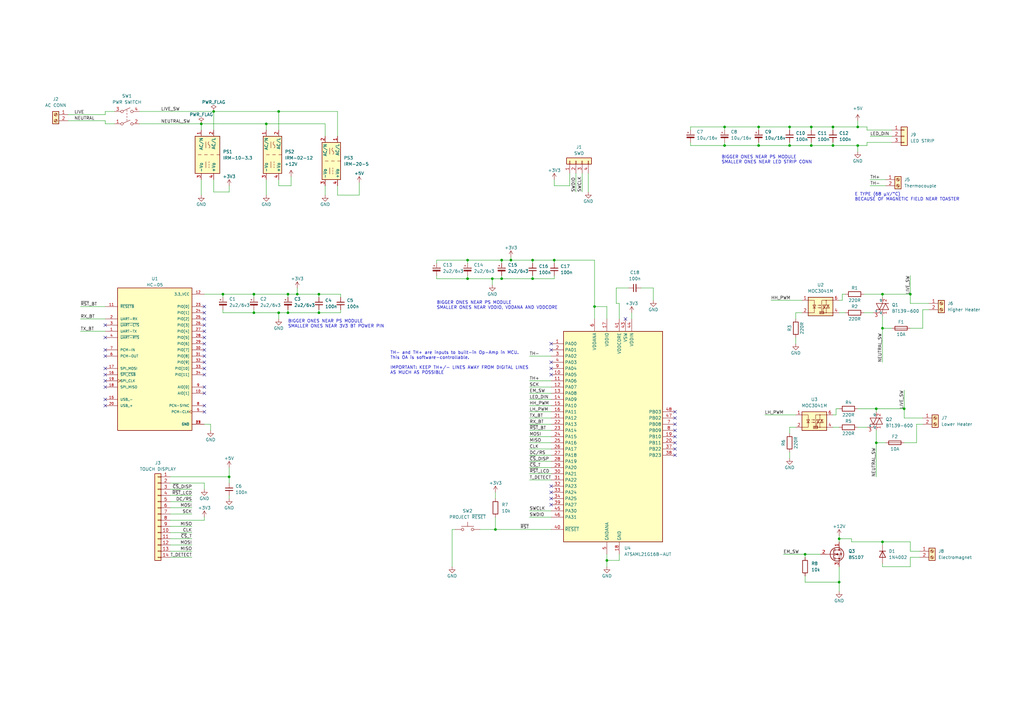
<source format=kicad_sch>
(kicad_sch (version 20230121) (generator eeschema)
  (paper "A3")
  (title_block (title "Gaming Toaster V1") (date "2022-12-05"))
  (lib_symbols
    (symbol "Connector:Screw_Terminal_01x02" (pin_names (offset 1.016) hide)
      (property "Reference" "J" (at 0 2.54 0))
      (property "Value" "Screw_Terminal_01x02" (at 0 -5.08 0))
      (symbol "Screw_Terminal_01x02_1_1"
        (pin passive line (at -5.08 0 0) (length 3.81) (name "Pin_1") (number "1"))
        (pin passive line (at -5.08 -2.54 0) (length 3.81) (name "Pin_2") (number "2"))
      )
    )
    (symbol "Connector_Generic:Conn_01x03" (pin_names (offset 1.016) hide)
      (property "Reference" "J" (at 0 5.08 0))
      (property "Value" "Conn_01x03" (at 0 -5.08 0))
      (symbol "Conn_01x03_1_1"
        (pin passive line (at -5.08 2.54 0) (length 3.81) (name "Pin_1") (number "1"))
        (pin passive line (at -5.08 0 0) (length 3.81) (name "Pin_2") (number "2"))
        (pin passive line (at -5.08 -2.54 0) (length 3.81) (name "Pin_3") (number "3"))
      )
    )
    (symbol "Connector_Generic:Conn_01x04" (pin_names (offset 1.016) hide)
      (property "Reference" "J" (at 0 5.08 0))
      (property "Value" "Conn_01x04" (at 0 -7.62 0))
      (symbol "Conn_01x04_1_1"
        (pin passive line (at -5.08 2.54 0) (length 3.81) (name "Pin_1") (number "1"))
        (pin passive line (at -5.08 0 0) (length 3.81) (name "Pin_2") (number "2"))
        (pin passive line (at -5.08 -2.54 0) (length 3.81) (name "Pin_3") (number "3"))
        (pin passive line (at -5.08 -5.08 0) (length 3.81) (name "Pin_4") (number "4"))
      )
    )
    (symbol "Connector_Generic:Conn_01x14" (pin_names (offset 1.016) hide)
      (property "Reference" "J" (at 0 17.78 0))
      (property "Value" "Conn_01x14" (at 0 -20.32 0))
      (symbol "Conn_01x14_1_1"
        (pin passive line (at -5.08 15.24 0) (length 3.81) (name "Pin_1") (number "1"))
        (pin passive line (at -5.08 -7.62 0) (length 3.81) (name "Pin_10") (number "10"))
        (pin passive line (at -5.08 -10.16 0) (length 3.81) (name "Pin_11") (number "11"))
        (pin passive line (at -5.08 -12.7 0) (length 3.81) (name "Pin_12") (number "12"))
        (pin passive line (at -5.08 -15.24 0) (length 3.81) (name "Pin_13") (number "13"))
        (pin passive line (at -5.08 -17.78 0) (length 3.81) (name "Pin_14") (number "14"))
        (pin passive line (at -5.08 12.7 0) (length 3.81) (name "Pin_2") (number "2"))
        (pin passive line (at -5.08 10.16 0) (length 3.81) (name "Pin_3") (number "3"))
        (pin passive line (at -5.08 7.62 0) (length 3.81) (name "Pin_4") (number "4"))
        (pin passive line (at -5.08 5.08 0) (length 3.81) (name "Pin_5") (number "5"))
        (pin passive line (at -5.08 2.54 0) (length 3.81) (name "Pin_6") (number "6"))
        (pin passive line (at -5.08 0 0) (length 3.81) (name "Pin_7") (number "7"))
        (pin passive line (at -5.08 -2.54 0) (length 3.81) (name "Pin_8") (number "8"))
        (pin passive line (at -5.08 -5.08 0) (length 3.81) (name "Pin_9") (number "9"))
      )
    )
    (symbol "Converter_ACDC:IRM-02-12"
      (property "Reference" "PS" (at 0 5.08 0))
      (property "Value" "IRM-02-12" (at 0 -5.08 0))
      (symbol "IRM-02-12_1_1"
        (pin power_in line (at -10.16 -2.54 0) (length 2.54) (name "AC/N") (number "1"))
        (pin power_in line (at -10.16 2.54 0) (length 2.54) (name "AC/L") (number "2"))
        (pin power_out line (at 10.16 -2.54 180) (length 2.54) (name "-Vo") (number "3"))
        (pin power_out line (at 10.16 2.54 180) (length 2.54) (name "+Vo") (number "4"))
      )
    )
    (symbol "Converter_ACDC:IRM-10-3.3"
      (property "Reference" "PS" (at 0 6.35 0))
      (property "Value" "IRM-10-3.3" (at 0 -6.35 0))
      (symbol "IRM-10-3.3_1_1"
        (pin power_in line (at -10.16 -2.54 0) (length 2.54) (name "AC/N") (number "1"))
        (pin power_in line (at -10.16 2.54 0) (length 2.54) (name "AC/L") (number "2"))
        (pin power_out line (at 10.16 -2.54 180) (length 2.54) (name "-Vo") (number "3"))
        (pin power_out line (at 10.16 2.54 180) (length 2.54) (name "+Vo") (number "4"))
      )
    )
    (symbol "Converter_ACDC:IRM-20-5"
      (property "Reference" "PS" (at 0 5.08 0))
      (property "Value" "IRM-20-5" (at 0 -5.08 0))
      (symbol "IRM-20-5_1_1"
        (pin power_in line (at -10.16 2.54 0) (length 2.54) (name "AC/L") (number "1"))
        (pin power_in line (at -10.16 -2.54 0) (length 2.54) (name "AC/N") (number "2"))
        (pin power_out line (at 10.16 -2.54 180) (length 2.54) (name "-Vo") (number "3"))
        (pin power_out line (at 10.16 2.54 180) (length 2.54) (name "+Vo") (number "4"))
      )
    )
    (symbol "Device:C_Polarized_Small" (pin_numbers hide) (pin_names (offset 0.254) hide)
      (property "Reference" "C" (at 0.254 1.778 0))
      (property "Value" "C_Polarized_Small" (at 0.254 -2.032 0))
      (symbol "C_Polarized_Small_1_1"
        (pin passive line (at 0 2.54 270) (length 1.8542) (name "~") (number "1"))
        (pin passive line (at 0 -2.54 90) (length 1.8542) (name "~") (number "2"))
      )
    )
    (symbol "Device:C_Small" (pin_numbers hide) (pin_names (offset 0.254) hide)
      (property "Reference" "C" (at 0.254 1.778 0))
      (property "Value" "C_Small" (at 0.254 -2.032 0))
      (symbol "C_Small_1_1"
        (pin passive line (at 0 2.54 270) (length 2.032) (name "~") (number "1"))
        (pin passive line (at 0 -2.54 90) (length 2.032) (name "~") (number "2"))
      )
    )
    (symbol "Device:D" (pin_numbers hide) (pin_names (offset 1.016) hide)
      (property "Reference" "D" (at 0 2.54 0))
      (property "Value" "D" (at 0 -2.54 0))
      (symbol "D_1_1"
        (pin passive line (at -3.81 0 0) (length 2.54) (name "K") (number "1"))
        (pin passive line (at 3.81 0 180) (length 2.54) (name "A") (number "2"))
      )
    )
    (symbol "Device:Fuse" (pin_numbers hide) (pin_names (offset 0))
      (property "Reference" "F" (at 2.032 0 90))
      (property "Value" "Fuse" (at -1.905 0 90))
      (symbol "Fuse_1_1"
        (pin passive line (at 0 3.81 270) (length 1.27) (name "~") (number "1"))
        (pin passive line (at 0 -3.81 90) (length 1.27) (name "~") (number "2"))
      )
    )
    (symbol "Device:R" (pin_numbers hide) (pin_names (offset 0))
      (property "Reference" "R" (at 2.032 0 90))
      (property "Value" "R" (at 0 0 90))
      (symbol "R_1_1"
        (pin passive line (at 0 3.81 270) (length 1.27) (name "~") (number "1"))
        (pin passive line (at 0 -3.81 90) (length 1.27) (name "~") (number "2"))
      )
    )
    (symbol "HC-05:HC-05" (pin_names (offset 1.016))
      (property "Reference" "U" (at -15.24 31.115 0))
      (property "Value" "HC-05" (at -15.24 -30.48 0))
      (symbol "HC-05_0_0"
        (pin output line (at -20.32 12.7 0) (length 5.08) (name "UART-TX") (number "1"))
        (pin bidirectional line (at 20.32 -12.7 180) (length 5.08) (name "AIO[1]") (number "10"))
        (pin input line (at -20.32 22.86 0) (length 5.08) (name "~{RESETB}") (number "11"))
        (pin power_in line (at 20.32 27.94 180) (length 5.08) (name "3.3_VCC") (number "12"))
        (pin power_in line (at 20.32 -25.4 180) (length 5.08) (name "GND") (number "13"))
        (pin bidirectional line (at -20.32 -15.24 0) (length 5.08) (name "USB_-") (number "15"))
        (pin input line (at -20.32 -5.08 0) (length 5.08) (name "~{SPI_CSB}") (number "16"))
        (pin input line (at -20.32 -2.54 0) (length 5.08) (name "SPI_MOSI") (number "17"))
        (pin output line (at -20.32 -10.16 0) (length 5.08) (name "SPI_MISO") (number "18"))
        (pin input clock (at -20.32 -7.62 0) (length 5.08) (name "SPI_CLK") (number "19"))
        (pin input line (at -20.32 17.78 0) (length 5.08) (name "UART-RX") (number "2"))
        (pin bidirectional line (at -20.32 -17.78 0) (length 5.08) (name "USB_+") (number "20"))
        (pin power_in line (at 20.32 -25.4 180) (length 5.08) (name "GND") (number "21"))
        (pin power_in line (at 20.32 -25.4 180) (length 5.08) (name "GND") (number "22"))
        (pin bidirectional line (at 20.32 22.86 180) (length 5.08) (name "PIO[0]") (number "23"))
        (pin bidirectional line (at 20.32 20.32 180) (length 5.08) (name "PIO[1]") (number "24"))
        (pin bidirectional line (at 20.32 17.78 180) (length 5.08) (name "PIO[2]") (number "25"))
        (pin bidirectional line (at 20.32 15.24 180) (length 5.08) (name "PIO[3]") (number "26"))
        (pin bidirectional line (at 20.32 12.7 180) (length 5.08) (name "PIO[4]") (number "27"))
        (pin bidirectional line (at 20.32 10.16 180) (length 5.08) (name "PIO[5]") (number "28"))
        (pin bidirectional line (at 20.32 7.62 180) (length 5.08) (name "PIO[6]") (number "29"))
        (pin input line (at -20.32 15.24 0) (length 5.08) (name "~{UART-CTS}") (number "3"))
        (pin bidirectional line (at 20.32 5.08 180) (length 5.08) (name "PIO[7]") (number "30"))
        (pin bidirectional line (at 20.32 2.54 180) (length 5.08) (name "PIO[8]") (number "31"))
        (pin bidirectional line (at 20.32 0 180) (length 5.08) (name "PIO[9]") (number "32"))
        (pin bidirectional line (at 20.32 -2.54 180) (length 5.08) (name "PIO[10]") (number "33"))
        (pin bidirectional line (at 20.32 -5.08 180) (length 5.08) (name "PIO[11]") (number "34"))
        (pin output line (at -20.32 10.16 0) (length 5.08) (name "~{UART-RTS}") (number "4"))
        (pin bidirectional clock (at 20.32 -20.32 180) (length 5.08) (name "PCM-CLK") (number "5"))
        (pin output line (at -20.32 2.54 0) (length 5.08) (name "PCM-OUT") (number "6"))
        (pin input line (at -20.32 5.08 0) (length 5.08) (name "PCM-IN") (number "7"))
        (pin bidirectional line (at 20.32 -17.78 180) (length 5.08) (name "PCN-SYNC") (number "8"))
        (pin bidirectional line (at 20.32 -10.16 180) (length 5.08) (name "AIO[0]") (number "9"))
      )
    )
    (symbol "MCU_Microchip_SAML:ATSAML21G16B-AUT"
      (property "Reference" "U" (at -17.78 45.72 0))
      (property "Value" "ATSAML21G16B-AUT" (at -15.24 -45.72 0))
      (symbol "ATSAML21G16B-AUT_1_1"
        (pin bidirectional line (at -25.4 38.1 0) (length 5.08) (name "PA00") (number "1"))
        (pin bidirectional line (at -25.4 25.4 0) (length 5.08) (name "PA05") (number "10"))
        (pin bidirectional line (at -25.4 22.86 0) (length 5.08) (name "PA06") (number "11"))
        (pin bidirectional line (at -25.4 20.32 0) (length 5.08) (name "PA07") (number "12"))
        (pin bidirectional line (at -25.4 17.78 0) (length 5.08) (name "PA08") (number "13"))
        (pin bidirectional line (at -25.4 15.24 0) (length 5.08) (name "PA09") (number "14"))
        (pin bidirectional line (at -25.4 12.7 0) (length 5.08) (name "PA10") (number "15"))
        (pin bidirectional line (at -25.4 10.16 0) (length 5.08) (name "PA11") (number "16"))
        (pin power_in line (at -2.54 48.26 270) (length 5.08) (name "VDDIO") (number "17"))
        (pin power_in line (at 2.54 -48.26 90) (length 5.08) (name "GND") (number "18"))
        (pin bidirectional line (at 25.4 0 180) (length 5.08) (name "PB10") (number "19"))
        (pin bidirectional line (at -25.4 35.56 0) (length 5.08) (name "PA01") (number "2"))
        (pin bidirectional line (at 25.4 -2.54 180) (length 5.08) (name "PB11") (number "20"))
        (pin bidirectional line (at -25.4 7.62 0) (length 5.08) (name "PA12") (number "21"))
        (pin bidirectional line (at -25.4 5.08 0) (length 5.08) (name "PA13") (number "22"))
        (pin bidirectional line (at -25.4 2.54 0) (length 5.08) (name "PA14") (number "23"))
        (pin bidirectional line (at -25.4 0 0) (length 5.08) (name "PA15") (number "24"))
        (pin bidirectional line (at -25.4 -2.54 0) (length 5.08) (name "PA16") (number "25"))
        (pin bidirectional line (at -25.4 -5.08 0) (length 5.08) (name "PA17") (number "26"))
        (pin bidirectional line (at -25.4 -7.62 0) (length 5.08) (name "PA18") (number "27"))
        (pin bidirectional line (at -25.4 -10.16 0) (length 5.08) (name "PA19") (number "28"))
        (pin bidirectional line (at -25.4 -12.7 0) (length 5.08) (name "PA20") (number "29"))
        (pin bidirectional line (at -25.4 33.02 0) (length 5.08) (name "PA02") (number "3"))
        (pin bidirectional line (at -25.4 -15.24 0) (length 5.08) (name "PA21") (number "30"))
        (pin bidirectional line (at -25.4 -17.78 0) (length 5.08) (name "PA22") (number "31"))
        (pin bidirectional line (at -25.4 -20.32 0) (length 5.08) (name "PA23") (number "32"))
        (pin bidirectional line (at -25.4 -22.86 0) (length 5.08) (name "PA24") (number "33"))
        (pin bidirectional line (at -25.4 -25.4 0) (length 5.08) (name "PA25") (number "34"))
        (pin passive line (at 2.54 -48.26 90) (length 5.08) hide (name "GND") (number "35"))
        (pin passive line (at -2.54 48.26 270) (length 5.08) hide (name "VDDIO") (number "36"))
        (pin bidirectional line (at 25.4 -5.08 180) (length 5.08) (name "PB22") (number "37"))
        (pin bidirectional line (at 25.4 -7.62 180) (length 5.08) (name "PB23") (number "38"))
        (pin bidirectional line (at -25.4 -27.94 0) (length 5.08) (name "PA27") (number "39"))
        (pin bidirectional line (at -25.4 30.48 0) (length 5.08) (name "PA03") (number "4"))
        (pin input line (at -25.4 -38.1 0) (length 5.08) (name "~{RESET}") (number "40"))
        (pin bidirectional line (at 2.54 48.26 270) (length 5.08) (name "VDDCORE") (number "41"))
        (pin passive line (at 2.54 -48.26 90) (length 5.08) hide (name "GND") (number "42"))
        (pin bidirectional line (at 5.08 48.26 270) (length 5.08) (name "VSW") (number "43"))
        (pin bidirectional line (at 7.62 48.26 270) (length 5.08) (name "VDDIN") (number "44"))
        (pin bidirectional line (at -25.4 -30.48 0) (length 5.08) (name "PA30") (number "45"))
        (pin bidirectional line (at -25.4 -33.02 0) (length 5.08) (name "PA31") (number "46"))
        (pin bidirectional line (at 25.4 7.62 180) (length 5.08) (name "PB02") (number "47"))
        (pin bidirectional line (at 25.4 10.16 180) (length 5.08) (name "PB03") (number "48"))
        (pin power_in line (at -2.54 -48.26 90) (length 5.08) (name "GNDANA") (number "5"))
        (pin bidirectional line (at -7.62 48.26 270) (length 5.08) (name "VDDANA") (number "6"))
        (pin bidirectional line (at 25.4 5.08 180) (length 5.08) (name "PB08") (number "7"))
        (pin bidirectional line (at 25.4 2.54 180) (length 5.08) (name "PB09") (number "8"))
        (pin bidirectional line (at -25.4 27.94 0) (length 5.08) (name "PA04") (number "9"))
      )
    )
    (symbol "Relay_SolidState:MOC3041M"
      (property "Reference" "U" (at -5.08 5.08 0))
      (property "Value" "MOC3041M" (at 0 5.08 0))
      (symbol "MOC3041M_0_0"
        (text "ZCD" (at 0.508 -2.54 0) (effects (font (size 0.508 0.508))))
      )
      (symbol "MOC3041M_1_1"
        (pin passive line (at -7.62 2.54 0) (length 2.54) (name "~") (number "1"))
        (pin passive line (at -7.62 -2.54 0) (length 2.54) (name "~") (number "2"))
        (pin no_connect line (at -5.08 0 0) (length 2.54) hide (name "NC") (number "3"))
        (pin passive line (at 7.62 -2.54 180) (length 2.54) (name "~") (number "4"))
        (pin no_connect line (at 5.08 0 180) (length 2.54) hide (name "NC") (number "5"))
        (pin passive line (at 7.62 2.54 180) (length 2.54) (name "~") (number "6"))
      )
    )
    (symbol "Switch:SW_DPST" (pin_names (offset 0) hide)
      (property "Reference" "SW" (at 0 5.08 0))
      (property "Value" "SW_DPST" (at 0 -5.08 0))
      (symbol "SW_DPST_1_1"
        (pin passive line (at -5.08 -2.54 0) (length 2.54) (name "1") (number "1"))
        (pin passive line (at 5.08 -2.54 180) (length 2.54) (name "2") (number "2"))
        (pin passive line (at -5.08 2.54 0) (length 2.54) (name "3") (number "3"))
        (pin passive line (at 5.08 2.54 180) (length 2.54) (name "4") (number "4"))
      )
    )
    (symbol "Switch:SW_Push" (pin_numbers hide) (pin_names (offset 1.016) hide)
      (property "Reference" "SW" (at 1.27 2.54 0))
      (property "Value" "SW_Push" (at 0 -1.524 0))
      (symbol "SW_Push_0_1"
        (pin passive line (at -5.08 0 0) (length 2.54) (name "1") (number "1"))
        (pin passive line (at 5.08 0 180) (length 2.54) (name "2") (number "2"))
      )
    )
    (symbol "Transistor_FET:BS107" (pin_names hide)
      (property "Reference" "Q" (at 5.08 1.905 0))
      (property "Value" "BS107" (at 5.08 0 0))
      (symbol "BS107_1_1"
        (pin passive line (at 2.54 5.08 270) (length 2.54) (name "D") (number "1"))
        (pin input line (at -5.08 0 0) (length 2.54) (name "G") (number "2"))
        (pin passive line (at 2.54 -5.08 90) (length 2.54) (name "S") (number "3"))
      )
    )
    (symbol "Triac_Thyristor:BT139-600" (pin_names (offset 0))
      (property "Reference" "Q" (at 5.08 1.905 0))
      (property "Value" "BT139-600" (at 5.08 0 0))
      (symbol "BT139-600_1_1"
        (pin passive line (at 0 -3.81 90) (length 2.54) (name "A1") (number "1"))
        (pin passive line (at 0 3.81 270) (length 2.54) (name "A2") (number "2"))
        (pin input line (at -3.81 -2.54 0) (length 2.54) (name "G") (number "3"))
      )
    )
    (symbol "power:+12V" (power) (pin_names (offset 0))
      (property "Value" "+12V" (at 0 3.556 0))
      (symbol "+12V_1_1"
        (pin power_in line (at 0 0 90) (length 0) hide (name "+12V") (number "1"))
      )
    )
    (symbol "power:+3V3" (power) (pin_names (offset 0))
      (property "Value" "+3V3" (at 0 3.556 0))
      (symbol "+3V3_1_1"
        (pin power_in line (at 0 0 90) (length 0) hide (name "+3V3") (number "1"))
      )
    )
    (symbol "power:+5V" (power) (pin_names (offset 0))
      (property "Value" "+5V" (at 0 3.556 0))
      (symbol "+5V_1_1"
        (pin power_in line (at 0 0 90) (length 0) hide (name "+5V") (number "1"))
      )
    )
    (symbol "power:GND" (power) (pin_names (offset 0))
      (property "Value" "GND" (at 0 -3.81 0))
      (symbol "GND_1_1"
        (pin power_in line (at 0 0 270) (length 0) hide (name "GND") (number "1"))
      )
    )
    (symbol "power:PWR_FLAG" (power) (pin_numbers hide) (pin_names (offset 0) hide)
      (property "Value" "PWR_FLAG" (at 0 3.81 0))
      (symbol "PWR_FLAG_0_0"
        (pin power_out line (at 0 0 90) (length 0) (name "pwr") (number "1"))
      )
    )
  )
  (junction (at 323.85 59.69))
  (junction (at 351.79 52.07))
  (junction (at 361.95 120.65))
  (junction (at 121.92 120.65))
  (junction (at 373.38 120.65))
  (junction (at 332.74 59.69))
  (junction (at 201.93 114.3))
  (junction (at 351.79 59.69))
  (junction (at 341.63 59.69))
  (junction (at 203.2 217.17))
  (junction (at 205.74 114.3))
  (junction (at 82.55 50.8))
  (junction (at 370.84 167.64))
  (junction (at 191.77 114.3))
  (junction (at 114.3 45.72))
  (junction (at 109.22 50.8))
  (junction (at 130.81 128.27))
  (junction (at 118.11 120.65))
  (junction (at 344.17 238.76))
  (junction (at 297.18 59.69))
  (junction (at 91.44 120.65))
  (junction (at 297.18 52.07))
  (junction (at 218.44 114.3))
  (junction (at 311.15 52.07))
  (junction (at 130.81 120.65))
  (junction (at 114.3 128.27))
  (junction (at 87.63 45.72))
  (junction (at 341.63 52.07))
  (junction (at 191.77 106.68))
  (junction (at 361.95 134.62))
  (junction (at 118.11 128.27))
  (junction (at 93.98 195.58))
  (junction (at 330.2 227.33))
  (junction (at 227.33 106.68))
  (junction (at 218.44 106.68))
  (junction (at 359.41 181.61))
  (junction (at 311.15 59.69))
  (junction (at 248.92 229.87))
  (junction (at 104.14 120.65))
  (junction (at 243.84 125.73))
  (junction (at 344.17 220.98))
  (junction (at 323.85 52.07))
  (junction (at 359.41 167.64))
  (junction (at 104.14 128.27))
  (junction (at 332.74 52.07))
  (junction (at 205.74 106.68))
  (junction (at 361.95 222.25))
  (junction (at 209.55 106.68))
  (no_connect (at 226.06 153.67))
  (no_connect (at 276.86 186.69))
  (no_connect (at 226.06 201.93))
  (no_connect (at 83.82 125.73))
  (no_connect (at 43.18 163.83))
  (no_connect (at 83.82 148.59))
  (no_connect (at 43.18 146.05))
  (no_connect (at 83.82 168.91))
  (no_connect (at 226.06 151.13))
  (no_connect (at 83.82 130.81))
  (no_connect (at 83.82 151.13))
  (no_connect (at 276.86 181.61))
  (no_connect (at 43.18 153.67))
  (no_connect (at 43.18 156.21))
  (no_connect (at 226.06 204.47))
  (no_connect (at 256.54 130.81))
  (no_connect (at 276.86 171.45))
  (no_connect (at 83.82 138.43))
  (no_connect (at 276.86 168.91))
  (no_connect (at 43.18 138.43))
  (no_connect (at 226.06 148.59))
  (no_connect (at 83.82 143.51))
  (no_connect (at 83.82 140.97))
  (no_connect (at 226.06 140.97))
  (no_connect (at 83.82 146.05))
  (no_connect (at 226.06 207.01))
  (no_connect (at 83.82 128.27))
  (no_connect (at 83.82 135.89))
  (no_connect (at 43.18 158.75))
  (no_connect (at 43.18 166.37))
  (no_connect (at 276.86 173.99))
  (no_connect (at 226.06 199.39))
  (no_connect (at 83.82 158.75))
  (no_connect (at 83.82 153.67))
  (no_connect (at 43.18 133.35))
  (no_connect (at 43.18 151.13))
  (no_connect (at 43.18 143.51))
  (no_connect (at 83.82 133.35))
  (no_connect (at 276.86 179.07))
  (no_connect (at 276.86 176.53))
  (no_connect (at 83.82 166.37))
  (no_connect (at 83.82 161.29))
  (no_connect (at 276.86 184.15))
  (no_connect (at 226.06 143.51))
  (wire (pts (xy 217.17 194.31) (xy 226.06 194.31)))
  (wire (pts (xy 217.17 209.55) (xy 226.06 209.55)))
  (wire (pts (xy 93.98 191.77) (xy 93.98 195.58)))
  (wire (pts (xy 147.32 80.01) (xy 138.43 80.01)))
  (wire (pts (xy 191.77 107.95) (xy 191.77 106.68)))
  (wire (pts (xy 69.85 208.28) (xy 78.74 208.28)))
  (wire (pts (xy 104.14 120.65) (xy 91.44 120.65)))
  (wire (pts (xy 218.44 114.3) (xy 227.33 114.3)))
  (wire (pts (xy 83.82 213.36) (xy 69.85 213.36)))
  (wire (pts (xy 323.85 59.69) (xy 332.74 59.69)))
  (wire (pts (xy 373.38 113.03) (xy 373.38 120.65)))
  (wire (pts (xy 201.93 114.3) (xy 205.74 114.3)))
  (wire (pts (xy 341.63 59.69) (xy 341.63 58.42)))
  (wire (pts (xy 373.38 228.6) (xy 377.19 228.6)))
  (wire (pts (xy 191.77 114.3) (xy 201.93 114.3)))
  (wire (pts (xy 93.98 78.74) (xy 87.63 78.74)))
  (wire (pts (xy 87.63 45.72) (xy 114.3 45.72)))
  (wire (pts (xy 243.84 125.73) (xy 243.84 130.81)))
  (wire (pts (xy 138.43 45.72) (xy 138.43 55.88)))
  (wire (pts (xy 33.02 135.89) (xy 43.18 135.89)))
  (wire (pts (xy 217.17 158.75) (xy 226.06 158.75)))
  (wire (pts (xy 130.81 127) (xy 130.81 128.27)))
  (wire (pts (xy 217.17 196.85) (xy 226.06 196.85)))
  (wire (pts (xy 332.74 52.07) (xy 332.74 53.34)))
  (wire (pts (xy 217.17 212.09) (xy 226.06 212.09)))
  (wire (pts (xy 86.36 173.99) (xy 83.82 173.99)))
  (wire (pts (xy 342.9 170.18) (xy 341.63 170.18)))
  (wire (pts (xy 205.74 106.68) (xy 209.55 106.68)))
  (wire (pts (xy 283.21 59.69) (xy 297.18 59.69)))
  (wire (pts (xy 138.43 80.01) (xy 138.43 76.2)))
  (wire (pts (xy 209.55 106.68) (xy 218.44 106.68)))
  (wire (pts (xy 217.17 146.05) (xy 226.06 146.05)))
  (wire (pts (xy 217.17 173.99) (xy 226.06 173.99)))
  (wire (pts (xy 217.17 191.77) (xy 226.06 191.77)))
  (wire (pts (xy 118.11 120.65) (xy 118.11 121.92)))
  (wire (pts (xy 217.17 163.83) (xy 226.06 163.83)))
  (wire (pts (xy 254 227.33) (xy 254 229.87)))
  (wire (pts (xy 209.55 105.41) (xy 209.55 106.68)))
  (wire (pts (xy 69.85 205.74) (xy 78.74 205.74)))
  (wire (pts (xy 93.98 195.58) (xy 69.85 195.58)))
  (wire (pts (xy 332.74 52.07) (xy 341.63 52.07)))
  (wire (pts (xy 267.97 118.11) (xy 267.97 123.19)))
  (wire (pts (xy 345.44 120.65) (xy 346.71 120.65)))
  (wire (pts (xy 130.81 128.27) (xy 139.7 128.27)))
  (wire (pts (xy 191.77 106.68) (xy 205.74 106.68)))
  (wire (pts (xy 147.32 74.93) (xy 147.32 80.01)))
  (wire (pts (xy 104.14 120.65) (xy 118.11 120.65)))
  (wire (pts (xy 114.3 128.27) (xy 118.11 128.27)))
  (wire (pts (xy 356.87 55.88) (xy 365.76 55.88)))
  (wire (pts (xy 341.63 175.26) (xy 344.17 175.26)))
  (wire (pts (xy 217.17 166.37) (xy 226.06 166.37)))
  (wire (pts (xy 252.73 118.11) (xy 257.81 118.11)))
  (wire (pts (xy 341.63 52.07) (xy 351.79 52.07)))
  (wire (pts (xy 351.79 167.64) (xy 359.41 167.64)))
  (wire (pts (xy 227.33 114.3) (xy 227.33 113.03)))
  (wire (pts (xy 259.08 128.27) (xy 259.08 130.81)))
  (wire (pts (xy 203.2 217.17) (xy 226.06 217.17)))
  (wire (pts (xy 323.85 185.42) (xy 323.85 187.96)))
  (wire (pts (xy 344.17 128.27) (xy 346.71 128.27)))
  (wire (pts (xy 345.44 123.19) (xy 344.17 123.19)))
  (wire (pts (xy 311.15 52.07) (xy 311.15 53.34)))
  (wire (pts (xy 69.85 223.52) (xy 78.74 223.52)))
  (wire (pts (xy 196.85 217.17) (xy 203.2 217.17)))
  (wire (pts (xy 218.44 113.03) (xy 218.44 114.3)))
  (wire (pts (xy 217.17 176.53) (xy 226.06 176.53)))
  (wire (pts (xy 349.25 222.25) (xy 361.95 222.25)))
  (wire (pts (xy 69.85 215.9) (xy 78.74 215.9)))
  (wire (pts (xy 311.15 59.69) (xy 323.85 59.69)))
  (wire (pts (xy 217.17 171.45) (xy 226.06 171.45)))
  (wire (pts (xy 109.22 50.8) (xy 109.22 53.34)))
  (wire (pts (xy 83.82 120.65) (xy 91.44 120.65)))
  (wire (pts (xy 227.33 76.2) (xy 233.68 76.2)))
  (wire (pts (xy 82.55 50.8) (xy 82.55 53.34)))
  (wire (pts (xy 179.07 106.68) (xy 179.07 107.95)))
  (wire (pts (xy 373.38 232.41) (xy 373.38 228.6)))
  (wire (pts (xy 191.77 106.68) (xy 179.07 106.68)))
  (wire (pts (xy 332.74 59.69) (xy 341.63 59.69)))
  (wire (pts (xy 139.7 128.27) (xy 139.7 127)))
  (wire (pts (xy 283.21 53.34) (xy 283.21 52.07)))
  (wire (pts (xy 203.2 217.17) (xy 203.2 212.09)))
  (wire (pts (xy 133.35 55.88) (xy 133.35 50.8)))
  (wire (pts (xy 361.95 120.65) (xy 373.38 120.65)))
  (wire (pts (xy 252.73 118.11) (xy 252.73 124.46)))
  (wire (pts (xy 205.74 106.68) (xy 205.74 107.95)))
  (wire (pts (xy 248.92 229.87) (xy 248.92 232.41)))
  (wire (pts (xy 118.11 120.65) (xy 121.92 120.65)))
  (wire (pts (xy 33.02 130.81) (xy 43.18 130.81)))
  (wire (pts (xy 354.33 128.27) (xy 358.14 128.27)))
  (wire (pts (xy 254 124.46) (xy 254 130.81)))
  (wire (pts (xy 93.98 203.2) (xy 93.98 204.47)))
  (wire (pts (xy 91.44 120.65) (xy 91.44 121.92)))
  (wire (pts (xy 375.92 181.61) (xy 375.92 173.99)))
  (wire (pts (xy 330.2 236.22) (xy 330.2 238.76)))
  (wire (pts (xy 378.46 127) (xy 381 127)))
  (wire (pts (xy 355.6 52.07) (xy 355.6 53.34)))
  (wire (pts (xy 361.95 120.65) (xy 361.95 121.92)))
  (wire (pts (xy 104.14 128.27) (xy 114.3 128.27)))
  (wire (pts (xy 130.81 120.65) (xy 139.7 120.65)))
  (wire (pts (xy 361.95 231.14) (xy 361.95 232.41)))
  (wire (pts (xy 359.41 181.61) (xy 363.22 181.61)))
  (wire (pts (xy 217.17 189.23) (xy 226.06 189.23)))
  (wire (pts (xy 109.22 73.66) (xy 109.22 80.01)))
  (wire (pts (xy 332.74 59.69) (xy 332.74 58.42)))
  (wire (pts (xy 87.63 53.34) (xy 87.63 45.72)))
  (wire (pts (xy 179.07 113.03) (xy 179.07 114.3)))
  (wire (pts (xy 217.17 168.91) (xy 226.06 168.91)))
  (wire (pts (xy 83.82 212.09) (xy 83.82 213.36)))
  (wire (pts (xy 311.15 52.07) (xy 323.85 52.07)))
  (wire (pts (xy 243.84 106.68) (xy 227.33 106.68)))
  (wire (pts (xy 83.82 200.66) (xy 83.82 198.12)))
  (wire (pts (xy 33.02 125.73) (xy 43.18 125.73)))
  (wire (pts (xy 130.81 120.65) (xy 130.81 121.92)))
  (wire (pts (xy 355.6 58.42) (xy 365.76 58.42)))
  (wire (pts (xy 254 229.87) (xy 248.92 229.87)))
  (wire (pts (xy 27.94 46.99) (xy 43.18 46.99)))
  (wire (pts (xy 185.42 217.17) (xy 186.69 217.17)))
  (wire (pts (xy 373.38 226.06) (xy 377.19 226.06)))
  (wire (pts (xy 356.87 76.2) (xy 363.22 76.2)))
  (wire (pts (xy 119.38 72.39) (xy 119.38 76.2)))
  (wire (pts (xy 82.55 73.66) (xy 82.55 80.01)))
  (wire (pts (xy 326.39 130.81) (xy 326.39 128.27)))
  (wire (pts (xy 69.85 220.98) (xy 78.74 220.98)))
  (wire (pts (xy 227.33 106.68) (xy 227.33 107.95)))
  (wire (pts (xy 326.39 138.43) (xy 326.39 140.97)))
  (wire (pts (xy 217.17 184.15) (xy 226.06 184.15)))
  (wire (pts (xy 118.11 128.27) (xy 130.81 128.27)))
  (wire (pts (xy 104.14 127) (xy 104.14 128.27)))
  (wire (pts (xy 330.2 227.33) (xy 336.55 227.33)))
  (wire (pts (xy 236.22 71.12) (xy 236.22 78.74)))
  (wire (pts (xy 326.39 128.27) (xy 328.93 128.27)))
  (wire (pts (xy 205.74 114.3) (xy 205.74 113.03)))
  (wire (pts (xy 248.92 227.33) (xy 248.92 229.87)))
  (wire (pts (xy 201.93 114.3) (xy 201.93 116.84)))
  (wire (pts (xy 217.17 161.29) (xy 226.06 161.29)))
  (wire (pts (xy 243.84 106.68) (xy 243.84 125.73)))
  (wire (pts (xy 262.89 118.11) (xy 267.97 118.11)))
  (wire (pts (xy 43.18 50.8) (xy 46.99 50.8)))
  (wire (pts (xy 361.95 129.54) (xy 361.95 134.62)))
  (wire (pts (xy 351.79 175.26) (xy 355.6 175.26)))
  (wire (pts (xy 344.17 238.76) (xy 344.17 242.57)))
  (wire (pts (xy 344.17 219.71) (xy 344.17 220.98)))
  (wire (pts (xy 119.38 76.2) (xy 114.3 76.2)))
  (wire (pts (xy 361.95 223.52) (xy 361.95 222.25)))
  (wire (pts (xy 311.15 59.69) (xy 311.15 58.42)))
  (wire (pts (xy 91.44 127) (xy 91.44 128.27)))
  (wire (pts (xy 69.85 210.82) (xy 78.74 210.82)))
  (wire (pts (xy 361.95 222.25) (xy 373.38 222.25)))
  (wire (pts (xy 203.2 201.93) (xy 203.2 204.47)))
  (wire (pts (xy 69.85 218.44) (xy 78.74 218.44)))
  (wire (pts (xy 93.98 195.58) (xy 93.98 198.12)))
  (wire (pts (xy 359.41 167.64) (xy 370.84 167.64)))
  (wire (pts (xy 370.84 167.64) (xy 370.84 171.45)))
  (wire (pts (xy 355.6 53.34) (xy 365.76 53.34)))
  (wire (pts (xy 93.98 76.2) (xy 93.98 78.74)))
  (wire (pts (xy 104.14 121.92) (xy 104.14 120.65)))
  (wire (pts (xy 69.85 198.12) (xy 83.82 198.12)))
  (wire (pts (xy 351.79 52.07) (xy 355.6 52.07)))
  (wire (pts (xy 43.18 45.72) (xy 46.99 45.72)))
  (wire (pts (xy 69.85 203.2) (xy 78.74 203.2)))
  (wire (pts (xy 217.17 156.21) (xy 226.06 156.21)))
  (wire (pts (xy 345.44 123.19) (xy 345.44 120.65)))
  (wire (pts (xy 121.92 118.11) (xy 121.92 120.65)))
  (wire (pts (xy 373.38 134.62) (xy 378.46 134.62)))
  (wire (pts (xy 321.31 227.33) (xy 330.2 227.33)))
  (wire (pts (xy 375.92 173.99) (xy 378.46 173.99)))
  (wire (pts (xy 82.55 50.8) (xy 109.22 50.8)))
  (wire (pts (xy 217.17 181.61) (xy 226.06 181.61)))
  (wire (pts (xy 344.17 238.76) (xy 344.17 232.41)))
  (wire (pts (xy 351.79 62.23) (xy 351.79 59.69)))
  (wire (pts (xy 243.84 125.73) (xy 248.92 125.73)))
  (wire (pts (xy 373.38 120.65) (xy 373.38 124.46)))
  (wire (pts (xy 283.21 52.07) (xy 297.18 52.07)))
  (wire (pts (xy 241.3 71.12) (xy 241.3 78.74)))
  (wire (pts (xy 323.85 177.8) (xy 323.85 175.26)))
  (wire (pts (xy 283.21 58.42) (xy 283.21 59.69)))
  (wire (pts (xy 361.95 134.62) (xy 361.95 148.59)))
  (wire (pts (xy 373.38 124.46) (xy 381 124.46)))
  (wire (pts (xy 316.23 123.19) (xy 328.93 123.19)))
  (wire (pts (xy 86.36 173.99) (xy 86.36 176.53)))
  (wire (pts (xy 297.18 52.07) (xy 311.15 52.07)))
  (wire (pts (xy 179.07 114.3) (xy 191.77 114.3)))
  (wire (pts (xy 118.11 128.27) (xy 118.11 127)))
  (wire (pts (xy 344.17 220.98) (xy 344.17 222.25)))
  (wire (pts (xy 323.85 52.07) (xy 323.85 53.34)))
  (wire (pts (xy 355.6 59.69) (xy 355.6 58.42)))
  (wire (pts (xy 217.17 179.07) (xy 226.06 179.07)))
  (wire (pts (xy 354.33 120.65) (xy 361.95 120.65)))
  (wire (pts (xy 248.92 125.73) (xy 248.92 130.81)))
  (wire (pts (xy 57.15 45.72) (xy 87.63 45.72)))
  (wire (pts (xy 233.68 71.12) (xy 233.68 76.2)))
  (wire (pts (xy 218.44 106.68) (xy 218.44 107.95)))
  (wire (pts (xy 313.69 170.18) (xy 326.39 170.18)))
  (wire (pts (xy 69.85 226.06) (xy 78.74 226.06)))
  (wire (pts (xy 133.35 76.2) (xy 133.35 80.01)))
  (wire (pts (xy 330.2 228.6) (xy 330.2 227.33)))
  (wire (pts (xy 87.63 78.74) (xy 87.63 73.66)))
  (wire (pts (xy 342.9 170.18) (xy 342.9 167.64)))
  (wire (pts (xy 323.85 175.26) (xy 326.39 175.26)))
  (wire (pts (xy 341.63 52.07) (xy 341.63 53.34)))
  (wire (pts (xy 43.18 49.53) (xy 43.18 50.8)))
  (wire (pts (xy 121.92 120.65) (xy 130.81 120.65)))
  (wire (pts (xy 359.41 176.53) (xy 359.41 181.61)))
  (wire (pts (xy 359.41 181.61) (xy 359.41 195.58)))
  (wire (pts (xy 238.76 71.12) (xy 238.76 78.74)))
  (wire (pts (xy 351.79 59.69) (xy 355.6 59.69)))
  (wire (pts (xy 349.25 222.25) (xy 349.25 220.98)))
  (wire (pts (xy 217.17 186.69) (xy 226.06 186.69)))
  (wire (pts (xy 69.85 200.66) (xy 78.74 200.66)))
  (wire (pts (xy 218.44 106.68) (xy 227.33 106.68)))
  (wire (pts (xy 252.73 124.46) (xy 254 124.46)))
  (wire (pts (xy 57.15 50.8) (xy 82.55 50.8)))
  (wire (pts (xy 114.3 76.2) (xy 114.3 73.66)))
  (wire (pts (xy 373.38 222.25) (xy 373.38 226.06)))
  (wire (pts (xy 361.95 232.41) (xy 373.38 232.41)))
  (wire (pts (xy 341.63 59.69) (xy 351.79 59.69)))
  (wire (pts (xy 361.95 134.62) (xy 365.76 134.62)))
  (wire (pts (xy 185.42 217.17) (xy 185.42 232.41)))
  (wire (pts (xy 297.18 59.69) (xy 311.15 59.69)))
  (wire (pts (xy 342.9 167.64) (xy 344.17 167.64)))
  (wire (pts (xy 43.18 46.99) (xy 43.18 45.72)))
  (wire (pts (xy 359.41 167.64) (xy 359.41 168.91)))
  (wire (pts (xy 370.84 171.45) (xy 378.46 171.45)))
  (wire (pts (xy 297.18 53.34) (xy 297.18 52.07)))
  (wire (pts (xy 378.46 134.62) (xy 378.46 127)))
  (wire (pts (xy 227.33 73.66) (xy 227.33 76.2)))
  (wire (pts (xy 323.85 58.42) (xy 323.85 59.69)))
  (wire (pts (xy 114.3 45.72) (xy 138.43 45.72)))
  (wire (pts (xy 139.7 120.65) (xy 139.7 121.92)))
  (wire (pts (xy 323.85 52.07) (xy 332.74 52.07)))
  (wire (pts (xy 370.84 181.61) (xy 375.92 181.61)))
  (wire (pts (xy 370.84 160.02) (xy 370.84 167.64)))
  (wire (pts (xy 330.2 238.76) (xy 344.17 238.76)))
  (wire (pts (xy 297.18 58.42) (xy 297.18 59.69)))
  (wire (pts (xy 27.94 49.53) (xy 43.18 49.53)))
  (wire (pts (xy 191.77 113.03) (xy 191.77 114.3)))
  (wire (pts (xy 114.3 45.72) (xy 114.3 53.34)))
  (wire (pts (xy 114.3 128.27) (xy 114.3 130.81)))
  (wire (pts (xy 205.74 114.3) (xy 218.44 114.3)))
  (wire (pts (xy 91.44 128.27) (xy 104.14 128.27)))
  (wire (pts (xy 349.25 220.98) (xy 344.17 220.98)))
  (wire (pts (xy 356.87 73.66) (xy 363.22 73.66)))
  (wire (pts (xy 109.22 50.8) (xy 133.35 50.8)))
  (wire (pts (xy 351.79 49.53) (xy 351.79 52.07)))
  (wire (pts (xy 69.85 228.6) (xy 78.74 228.6)))
  (text "E TYPE (68 µV/°C)\nBECAUSE OF MAGNETIC FIELD NEAR TOASTER" (at 350.52 82.55 0) (effects (font (size 1.27 1.27)) (justify left bottom)))
  (text "BIGGER ONES NEAR PS MODULE\nSMALLER ONES NEAR VDDIO, VDDANA AND VDDCORE" (at 179.07 127 0) (effects (font (size 1.27 1.27)) (justify left bottom)))
  (text "BIGGER ONES NEAR PS MODULE\nSMALLER ONES NEAR 3V3 BT POWER PIN" (at 118.11 134.62 0) (effects (font (size 1.27 1.27)) (justify left bottom)))
  (text "TH- and TH+ are inputs to built-in Op-Amp in MCU.\nThis OA is software-controllable.\n\nIMPORTANT: KEEP TH+/- LINES AWAY FROM DIGITAL LINES\nAS MUCH AS POSSIBLE " (at 160.02 153.67 0) (effects (font (size 1.27 1.27)) (justify left bottom)))
  (text "BIGGER ONES NEAR PS MODULE\nSMALLER ONES NEAR LED STRIP CONN" (at 295.91 67.31 0) (effects (font (size 1.27 1.27)) (justify left bottom)))
  (label "CLK" (at 78.74 218.44 180))
  (label "NEUTRAL" (at 30.48 49.53 0))
  (label "SCK" (at 217.17 158.75 0))
  (label "LED_DIN" (at 217.17 163.83 0))
  (label "LIVE_SW" (at 66.04 45.72 0))
  (label "HH_PWM" (at 217.17 166.37 0))
  (label "~{RST}" (at 213.36 217.17 0))
  (label "CLK" (at 217.17 184.15 0))
  (label "T_DETECT" (at 78.74 228.6 180))
  (label "SWCLK" (at 238.76 78.74 90))
  (label "~{RST}_BT" (at 33.02 125.73 0))
  (label "~{CS}_T" (at 78.74 220.98 180))
  (label "EM_SW" (at 217.17 161.29 0))
  (label "SWCLK" (at 217.17 209.55 0))
  (label "TH+" (at 356.87 73.66 0))
  (label "SWDIO" (at 236.22 78.74 90))
  (label "LIVE" (at 30.48 46.99 0))
  (label "TH-" (at 217.17 146.05 0))
  (label "SWDIO" (at 217.17 212.09 0))
  (label "TH+" (at 217.17 156.21 0))
  (label "HH_PWM" (at 316.23 123.19 0))
  (label "MISO" (at 78.74 215.9 180))
  (label "NEUTRAL_SW" (at 359.41 195.58 90))
  (label "LH_PWM" (at 217.17 168.91 0))
  (label "MOSI" (at 78.74 223.52 180))
  (label "RX_BT" (at 217.17 173.99 0))
  (label "NEUTRAL_SW" (at 361.95 148.59 90))
  (label "DC{slash}RS" (at 217.17 186.69 0))
  (label "LH_PWM" (at 313.69 170.18 0))
  (label "SCK" (at 78.74 210.82 180))
  (label "~{CS}_DISP" (at 217.17 189.23 0))
  (label "DC{slash}RS" (at 78.74 205.74 180))
  (label "NEUTRAL_SW" (at 66.04 50.8 0))
  (label "EM_SW" (at 321.31 227.33 0))
  (label "T_DETECT" (at 217.17 196.85 0))
  (label "TH-" (at 356.87 76.2 0))
  (label "MISO" (at 217.17 181.61 0))
  (label "TX_BT" (at 217.17 171.45 0))
  (label "LED_DIN" (at 356.87 55.88 0))
  (label "~{RST}_BT" (at 217.17 176.53 0))
  (label "LIVE_SW" (at 373.38 113.03 270))
  (label "MOSI" (at 217.17 179.07 0))
  (label "RX_BT" (at 33.02 130.81 0))
  (label "MOSI" (at 78.74 208.28 180))
  (label "~{CS}_DISP" (at 78.74 200.66 180))
  (label "TX_BT" (at 33.02 135.89 0))
  (label "LIVE_SW" (at 370.84 160.02 270))
  (label "~{CS}_T" (at 217.17 191.77 0))
  (label "MISO" (at 78.74 226.06 180))
  (label "~{RST}_LCD" (at 78.74 203.2 180))
  (label "~{RST}_LCD" (at 217.17 194.31 0))
  (symbol (lib_id "Device:C_Polarized_Small") (at 104.14 124.46 0) (unit 1)
    (property "Reference" "C2" (at 106.68 122.6438 0) (effects (justify left)))
    (property "Value" "2u2/6v3" (at 106.68 125.1838 0) (effects (justify left)))
    (property "Footprint" "Capacitor_SMD:CP_Elec_4x3" (effects hide))
  )
  (symbol (lib_id "Device:C_Small") (at 260.35 118.11 90) (unit 1)
    (property "Reference" "C18" (at 260.3563 111.76 90))
    (property "Value" "100n" (at 260.3563 114.3 90))
    (property "Footprint" "Capacitor_SMD:C_0603_1608Metric" (effects hide))
  )
  (symbol (lib_id "Connector:Screw_Terminal_01x02") (at 22.86 46.99 0) (mirror y) (unit 1)
    (property "Reference" "J2" (at 22.86 40.64 0))
    (property "Value" "AC CONN" (at 22.86 43.18 0))
    (property "Footprint" "TerminalBlock:TerminalBlock_bornier-2_P5.08mm" (effects hide))
  )
  (symbol (lib_id "power:GND") (at 133.35 80.01 0) (unit 1)
    (property "Reference" "#PWR017" (effects hide))
    (property "Value" "GND" (at 133.35 83.82 0))
  )
  (symbol (lib_id "power:+3V3") (at 209.55 105.41 0) (unit 1)
    (property "Reference" "#PWR018" (effects hide))
    (property "Value" "+3V3" (at 209.55 101.6 0))
  )
  (symbol (lib_id "power:+3V3") (at 203.2 201.93 0) (unit 1)
    (property "Reference" "#PWR024" (effects hide))
    (property "Value" "+3V3" (at 203.2 198.12 0))
  )
  (symbol (lib_id "power:GND") (at 109.22 80.01 0) (unit 1)
    (property "Reference" "#PWR016" (effects hide))
    (property "Value" "GND" (at 109.22 83.82 0))
  )
  (symbol (lib_id "power:GND") (at 82.55 80.01 0) (unit 1)
    (property "Reference" "#PWR015" (effects hide))
    (property "Value" "GND" (at 82.55 83.82 0))
  )
  (symbol (lib_id "Device:C_Small") (at 341.63 55.88 0) (unit 1)
    (property "Reference" "C12" (at 344.17 54.6162 0) (effects (justify left)))
    (property "Value" "100n" (at 344.17 57.1562 0) (effects (justify left)))
    (property "Footprint" "Capacitor_SMD:C_0603_1608Metric" (effects hide))
  )
  (symbol (lib_id "Device:R") (at 350.52 120.65 90) (unit 1)
    (property "Reference" "R1" (at 350.52 118.11 90))
    (property "Value" "220R" (at 350.52 123.19 90))
    (property "Footprint" "Resistor_SMD:R_0603_1608Metric" (effects hide))
  )
  (symbol (lib_id "power:GND") (at 248.92 232.41 0) (unit 1)
    (property "Reference" "#PWR027" (effects hide))
    (property "Value" "GND" (at 248.92 236.22 0))
  )
  (symbol (lib_id "power:+3V3") (at 83.82 212.09 0) (unit 1)
    (property "Reference" "#PWR06" (effects hide))
    (property "Value" "+3V3" (at 83.82 208.28 0))
  )
  (symbol (lib_id "power:GND") (at 326.39 140.97 0) (unit 1)
    (property "Reference" "#PWR022" (effects hide))
    (property "Value" "GND" (at 326.39 144.78 0))
  )
  (symbol (lib_id "Connector_Generic:Conn_01x14") (at 64.77 210.82 0) (mirror y) (unit 1)
    (property "Reference" "J3" (at 64.77 189.865 0))
    (property "Value" "TOUCH DISPLAY" (at 64.77 192.405 0))
    (property "Footprint" "Connector_PinHeader_2.54mm:PinHeader_1x14_P2.54mm_Vertical" (effects hide))
  )
  (symbol (lib_id "Device:C_Polarized_Small") (at 91.44 124.46 0) (unit 1)
    (property "Reference" "C1" (at 93.98 122.6438 0) (effects (justify left)))
    (property "Value" "2u2/6v3" (at 93.98 125.1838 0) (effects (justify left)))
    (property "Footprint" "Capacitor_SMD:CP_Elec_4x3" (effects hide))
  )
  (symbol (lib_id "power:GND") (at 114.3 130.81 0) (unit 1)
    (property "Reference" "#PWR01" (effects hide))
    (property "Value" "GND" (at 114.3 134.62 0))
  )
  (symbol (lib_id "power:+5V") (at 147.32 74.93 0) (unit 1)
    (property "Reference" "#PWR012" (effects hide))
    (property "Value" "+5V" (at 147.32 71.12 0))
  )
  (symbol (lib_id "power:+12V") (at 344.17 219.71 0) (unit 1)
    (property "Reference" "#PWR025" (effects hide))
    (property "Value" "+12V" (at 344.17 215.9 0))
  )
  (symbol (lib_id "power:GND") (at 267.97 123.19 0) (unit 1)
    (property "Reference" "#PWR020" (effects hide))
    (property "Value" "GND" (at 267.97 127 0))
  )
  (symbol (lib_id "Device:C_Small") (at 227.33 110.49 0) (unit 1)
    (property "Reference" "C17" (at 229.87 109.2262 0) (effects (justify left)))
    (property "Value" "100n" (at 229.87 111.7662 0) (effects (justify left)))
    (property "Footprint" "Capacitor_SMD:C_0603_1608Metric" (effects hide))
  )
  (symbol (lib_id "power:+3V3") (at 93.98 76.2 0) (unit 1)
    (property "Reference" "#PWR013" (effects hide))
    (property "Value" "+3V3" (at 93.98 72.39 0))
  )
  (symbol (lib_id "power:GND") (at 323.85 187.96 0) (unit 1)
    (property "Reference" "#PWR023" (effects hide))
    (property "Value" "GND" (at 323.85 191.77 0))
  )
  (symbol (lib_id "Switch:SW_DPST") (at 52.07 48.26 0) (unit 1)
    (property "Reference" "SW1" (at 52.07 39.37 0))
    (property "Value" "PWR SWITCH" (at 52.07 41.91 0))
    (property "Footprint" "Connector_PinHeader_2.54mm:PinHeader_1x04_P2.54mm_Vertical" (effects hide))
  )
  (symbol (lib_id "Device:C_Polarized_Small") (at 311.15 55.88 0) (unit 1)
    (property "Reference" "C9" (at 313.69 54.0638 0) (effects (justify left)))
    (property "Value" "10u/16v" (at 313.69 56.6038 0) (effects (justify left)))
    (property "Footprint" "Capacitor_SMD:CP_Elec_6.3x3.9" (effects hide))
  )
  (symbol (lib_id "power:GND") (at 93.98 204.47 0) (unit 1)
    (property "Reference" "#PWR07" (effects hide))
    (property "Value" "GND" (at 93.98 208.28 0))
  )
  (symbol (lib_id "power:GND") (at 83.82 200.66 0) (unit 1)
    (property "Reference" "#PWR05" (effects hide))
    (property "Value" "GND" (at 83.82 204.47 0))
  )
  (symbol (lib_id "Connector:Screw_Terminal_01x02") (at 386.08 124.46 0) (unit 1)
    (property "Reference" "J6" (at 388.62 124.4599 0) (effects (justify left)))
    (property "Value" "Higher Heater" (at 388.62 126.9999 0) (effects (justify left)))
    (property "Footprint" "TerminalBlock:TerminalBlock_bornier-2_P5.08mm" (effects hide))
  )
  (symbol (lib_id "Triac_Thyristor:BT139-600") (at 359.41 172.72 0) (unit 1)
    (property "Reference" "Q2" (at 363.22 172.0341 0) (effects (justify left)))
    (property "Value" "BT139-600" (at 363.22 174.5741 0) (effects (justify left)))
    (property "Footprint" "Package_TO_SOT_THT:TO-220-3_Vertical" (effects hide))
    (property "Datasheet" "https://www.rapidonline.com/pdf/47-3240.pdf" (effects hide))
  )
  (symbol (lib_id "Device:C_Small") (at 130.81 124.46 0) (unit 1)
    (property "Reference" "C4" (at 133.35 123.1962 0) (effects (justify left)))
    (property "Value" "100n" (at 133.35 125.7362 0) (effects (justify left)))
    (property "Footprint" "Capacitor_SMD:C_0603_1608Metric" (effects hide))
  )
  (symbol (lib_id "Device:C_Small") (at 139.7 124.46 0) (unit 1)
    (property "Reference" "C5" (at 142.24 123.1962 0) (effects (justify left)))
    (property "Value" "100n" (at 142.24 125.7362 0) (effects (justify left)))
    (property "Footprint" "Capacitor_SMD:C_0603_1608Metric" (effects hide))
  )
  (symbol (lib_id "Relay_SolidState:MOC3041M") (at 334.01 172.72 0) (unit 1)
    (property "Reference" "U3" (at 334.01 163.83 0))
    (property "Value" "MOC3041M" (at 334.01 166.37 0))
    (property "Footprint" "Package_DIP:DIP-6_W7.62mm" (effects hide))
    (property "Datasheet" "https://www.onsemi.com/pub/Collateral/MOC3043M-D.pdf" (effects hide))
  )
  (symbol (lib_id "power:+3V3") (at 227.33 73.66 0) (unit 1)
    (property "Reference" "#PWR011" (effects hide))
    (property "Value" "+3V3" (at 227.33 69.85 0))
  )
  (symbol (lib_id "Transistor_FET:BS107") (at 341.63 227.33 0) (unit 1)
    (property "Reference" "Q3" (at 347.98 226.0599 0) (effects (justify left)))
    (property "Value" "BS107" (at 347.98 228.5999 0) (effects (justify left)))
    (property "Footprint" "Package_TO_SOT_THT:TO-92_Inline" (effects hide))
    (property "Datasheet" "http://www.onsemi.com/pub_link/Collateral/BS107-D.PDF" (effects hide))
  )
  (symbol (lib_id "power:+3V3") (at 121.92 118.11 0) (unit 1)
    (property "Reference" "#PWR02" (effects hide))
    (property "Value" "+3V3" (at 121.92 114.3 0))
  )
  (symbol (lib_id "Device:C_Small") (at 323.85 55.88 0) (unit 1)
    (property "Reference" "C10" (at 326.39 54.6162 0) (effects (justify left)))
    (property "Value" "100n" (at 326.39 57.1562 0) (effects (justify left)))
    (property "Footprint" "Capacitor_SMD:C_0603_1608Metric" (effects hide))
  )
  (symbol (lib_id "Device:D") (at 361.95 227.33 270) (unit 1)
    (property "Reference" "D1" (at 364.49 226.0599 90) (effects (justify left)))
    (property "Value" "1N4002" (at 364.49 228.5999 90) (effects (justify left)))
    (property "Footprint" "Diode_SMD:D_SMA" (effects hide))
    (property "Sim.Device" "D" (effects hide))
    (property "Sim.Pins" "1=K 2=A" (effects hide))
  )
  (symbol (lib_id "Connector:Screw_Terminal_01x02") (at 368.3 73.66 0) (unit 1)
    (property "Reference" "J5" (at 370.84 73.6599 0) (effects (justify left)))
    (property "Value" "Thermocouple" (at 370.84 76.1999 0) (effects (justify left)))
    (property "Footprint" "TerminalBlock:TerminalBlock_bornier-2_P5.08mm" (effects hide))
  )
  (symbol (lib_id "Device:R") (at 323.85 181.61 180) (unit 1)
    (property "Reference" "R6" (at 321.31 181.61 90))
    (property "Value" "220R" (at 326.39 181.61 90))
    (property "Footprint" "Resistor_SMD:R_0603_1608Metric" (effects hide))
  )
  (symbol (lib_id "HC-05:HC-05") (at 63.5 148.59 0) (unit 1)
    (property "Reference" "U1" (at 63.5 114.3 0))
    (property "Value" "HC-05" (at 63.5 116.84 0))
    (property "Footprint" "HC-05:XCVR_HC-05" (effects hide))
    (property "STANDARD" "Manufacturer Recommendations" (effects hide))
    (property "PARTREV" "v1.0" (effects hide))
    (property "MF" "HuiCheng" (effects hide))
  )
  (symbol (lib_id "Device:R") (at 203.2 208.28 0) (unit 1)
    (property "Reference" "R7" (at 205.74 207.0099 0) (effects (justify left)))
    (property "Value" "10k" (at 205.74 209.5499 0) (effects (justify left)))
    (property "Footprint" "Resistor_SMD:R_0603_1608Metric" (effects hide))
  )
  (symbol (lib_id "Connector:Screw_Terminal_01x02") (at 382.27 226.06 0) (unit 1)
    (property "Reference" "J8" (at 384.81 226.0599 0) (effects (justify left)))
    (property "Value" "Electromagnet" (at 384.81 228.5999 0) (effects (justify left)))
    (property "Footprint" "TerminalBlock:TerminalBlock_bornier-2_P5.08mm" (effects hide))
  )
  (symbol (lib_id "power:GND") (at 201.93 116.84 0) (unit 1)
    (property "Reference" "#PWR019" (effects hide))
    (property "Value" "GND" (at 201.93 120.65 0))
  )
  (symbol (lib_id "Connector_Generic:Conn_01x03") (at 370.84 55.88 0) (unit 1)
    (property "Reference" "J9" (at 373.38 55.245 0) (effects (justify left)))
    (property "Value" "LED STRIP" (at 373.38 57.785 0) (effects (justify left)))
    (property "Footprint" "Connector_PinHeader_2.54mm:PinHeader_1x03_P2.54mm_Vertical" (effects hide))
  )
  (symbol (lib_id "power:PWR_FLAG") (at 87.63 45.72 0) (unit 1)
    (property "Reference" "#FLG01" (effects hide))
    (property "Value" "PWR_FLAG" (at 87.63 41.91 0))
  )
  (symbol (lib_id "Converter_ACDC:IRM-02-12") (at 111.76 63.5 270) (unit 1)
    (property "Reference" "PS2" (at 116.84 62.2299 90) (effects (justify left)))
    (property "Value" "IRM-02-12" (at 116.84 64.7699 90) (effects (justify left)))
    (property "Footprint" "Converter_ACDC:Converter_ACDC_MeanWell_IRM-02-xx_THT" (effects hide))
    (property "Datasheet" "https://www.meanwell.com/Upload/PDF/IRM-02/IRM-02-SPEC.PDF" (effects hide))
  )
  (symbol (lib_id "Device:R") (at 350.52 128.27 90) (unit 1)
    (property "Reference" "R2" (at 350.52 125.73 90))
    (property "Value" "220R" (at 350.52 130.81 90))
    (property "Footprint" "Resistor_SMD:R_0603_1608Metric" (effects hide))
  )
  (symbol (lib_id "Device:C_Polarized_Small") (at 118.11 124.46 0) (unit 1)
    (property "Reference" "C3" (at 120.65 122.6438 0) (effects (justify left)))
    (property "Value" "2u2/6v3" (at 120.65 125.1838 0) (effects (justify left)))
    (property "Footprint" "Capacitor_SMD:CP_Elec_4x3" (effects hide))
  )
  (symbol (lib_id "Device:C_Polarized_Small") (at 297.18 55.88 0) (unit 1)
    (property "Reference" "C8" (at 299.72 54.0638 0) (effects (justify left)))
    (property "Value" "10u/16v" (at 299.72 56.6038 0) (effects (justify left)))
    (property "Footprint" "Capacitor_SMD:CP_Elec_6.3x3.9" (effects hide))
  )
  (symbol (lib_id "power:GND") (at 241.3 78.74 0) (unit 1)
    (property "Reference" "#PWR014" (effects hide))
    (property "Value" "GND" (at 241.3 82.55 0))
  )
  (symbol (lib_id "Triac_Thyristor:BT139-600") (at 361.95 125.73 0) (unit 1)
    (property "Reference" "Q1" (at 365.76 125.0441 0) (effects (justify left)))
    (property "Value" "BT139-600" (at 365.76 127.5841 0) (effects (justify left)))
    (property "Footprint" "Package_TO_SOT_THT:TO-220-3_Vertical" (effects hide))
    (property "Datasheet" "https://www.rapidonline.com/pdf/47-3240.pdf" (effects hide))
  )
  (symbol (lib_id "Device:R") (at 326.39 134.62 180) (unit 1)
    (property "Reference" "R3" (at 323.85 134.62 90))
    (property "Value" "220R" (at 328.93 134.62 90))
    (property "Footprint" "Resistor_SMD:R_0603_1608Metric" (effects hide))
  )
  (symbol (lib_id "Switch:SW_Push") (at 191.77 217.17 0) (unit 1)
    (property "Reference" "SW2" (at 191.77 209.55 0))
    (property "Value" "PROJECT ~{RESET}" (at 191.77 212.09 0))
    (property "Footprint" "Button_Switch_SMD:SW_SPST_PTS645" (effects hide))
  )
  (symbol (lib_id "Device:R") (at 330.2 232.41 0) (unit 1)
    (property "Reference" "R8" (at 332.74 231.1399 0) (effects (justify left)))
    (property "Value" "10k" (at 332.74 233.6799 0) (effects (justify left)))
    (property "Footprint" "Resistor_SMD:R_0603_1608Metric" (effects hide))
  )
  (symbol (lib_id "Device:R") (at 347.98 175.26 90) (unit 1)
    (property "Reference" "R5" (at 347.98 172.72 90))
    (property "Value" "220R" (at 347.98 177.8 90))
    (property "Footprint" "Resistor_SMD:R_0603_1608Metric" (effects hide))
  )
  (symbol (lib_id "Converter_ACDC:IRM-20-5") (at 135.89 66.04 270) (unit 1)
    (property "Reference" "PS3" (at 140.97 64.7699 90) (effects (justify left)))
    (property "Value" "IRM-20-5" (at 140.97 67.3099 90) (effects (justify left)))
    (property "Footprint" "Converter_ACDC:Converter_ACDC_MeanWell_IRM-20-xx_THT" (effects hide))
    (property "Datasheet" "http://www.meanwell.com/Upload/PDF/IRM-20/IRM-20-SPEC.PDF" (effects hide))
  )
  (symbol (lib_id "MCU_Microchip_SAML:ATSAML21G16B-AUT") (at 251.46 179.07 0) (unit 1)
    (property "Reference" "U4" (at 256.0194 224.79 0) (effects (justify left)))
    (property "Value" "ATSAML21G16B-AUT" (at 256.0194 227.33 0) (effects (justify left)))
    (property "Footprint" "Package_QFP:TQFP-48_7x7mm_P0.5mm" (effects hide))
    (property "Datasheet" "https://ww1.microchip.com/downloads/aemDocuments/documents/MCU32/ProductDocuments/DataSheets/SAM_L21_Family_DataSheet_DS60001477C.pdf" (effects hide))
  )
  (symbol (lib_id "Device:R") (at 347.98 167.64 90) (unit 1)
    (property "Reference" "R4" (at 347.98 165.1 90))
    (property "Value" "220R" (at 347.98 170.18 90))
    (property "Footprint" "Resistor_SMD:R_0603_1608Metric" (effects hide))
  )
  (symbol (lib_id "Device:Fuse") (at 367.03 181.61 90) (unit 1)
    (property "Reference" "F2" (at 367.03 179.07 90))
    (property "Value" "10A" (at 367.03 184.15 90))
    (property "Footprint" "Fuse:Fuseholder_Clip-5x20mm_Littelfuse_520_Inline_P20.50x5.80mm_D1.30mm_Horizontal" (effects hide))
  )
  (symbol (lib_id "power:+5V") (at 351.79 49.53 0) (unit 1)
    (property "Reference" "#PWR08" (effects hide))
    (property "Value" "+5V" (at 351.79 44.45 0))
  )
  (symbol (lib_id "power:GND") (at 86.36 176.53 0) (unit 1)
    (property "Reference" "#PWR03" (effects hide))
    (property "Value" "GND" (at 86.36 180.34 0))
  )
  (symbol (lib_id "power:GND") (at 185.42 232.41 0) (unit 1)
    (property "Reference" "#PWR026" (effects hide))
    (property "Value" "GND" (at 185.42 236.22 0))
  )
  (symbol (lib_id "Device:C_Polarized_Small") (at 191.77 110.49 0) (unit 1)
    (property "Reference" "C14" (at 194.31 108.6738 0) (effects (justify left)))
    (property "Value" "2u2/6v3" (at 194.31 111.2138 0) (effects (justify left)))
    (property "Footprint" "Capacitor_SMD:CP_Elec_4x3" (effects hide))
  )
  (symbol (lib_id "power:+3V3") (at 259.08 128.27 0) (unit 1)
    (property "Reference" "#PWR021" (effects hide))
    (property "Value" "+3V3" (at 259.08 124.46 0))
  )
  (symbol (lib_id "Device:C_Polarized_Small") (at 283.21 55.88 0) (unit 1)
    (property "Reference" "C7" (at 285.75 54.0638 0) (effects (justify left)))
    (property "Value" "10u/16v" (at 285.75 56.6038 0) (effects (justify left)))
    (property "Footprint" "Capacitor_SMD:CP_Elec_6.3x3.9" (effects hide))
  )
  (symbol (lib_id "Relay_SolidState:MOC3041M") (at 336.55 125.73 0) (unit 1)
    (property "Reference" "U2" (at 336.55 116.84 0))
    (property "Value" "MOC3041M" (at 336.55 119.38 0))
    (property "Footprint" "Package_DIP:DIP-6_W7.62mm" (effects hide))
    (property "Datasheet" "https://www.onsemi.com/pub/Collateral/MOC3043M-D.pdf" (effects hide))
  )
  (symbol (lib_id "Connector:Screw_Terminal_01x02") (at 383.54 171.45 0) (unit 1)
    (property "Reference" "J7" (at 386.08 171.4499 0) (effects (justify left)))
    (property "Value" "Lower Heater" (at 386.08 173.9899 0) (effects (justify left)))
    (property "Footprint" "TerminalBlock:TerminalBlock_bornier-2_P5.08mm" (effects hide))
  )
  (symbol (lib_id "Device:C_Small") (at 93.98 200.66 0) (unit 1)
    (property "Reference" "C6" (at 96.52 199.3962 0) (effects (justify left)))
    (property "Value" "100n" (at 96.52 201.9362 0) (effects (justify left)))
    (property "Footprint" "Capacitor_SMD:C_0603_1608Metric" (effects hide))
  )
  (symbol (lib_id "power:+12V") (at 119.38 72.39 0) (unit 1)
    (property "Reference" "#PWR010" (effects hide))
    (property "Value" "+12V" (at 119.38 67.31 0))
  )
  (symbol (lib_id "Converter_ACDC:IRM-10-3.3") (at 85.09 63.5 270) (unit 1)
    (property "Reference" "PS1" (at 91.44 62.2299 90) (effects (justify left)))
    (property "Value" "IRM-10-3.3" (at 91.44 64.7699 90) (effects (justify left)))
    (property "Footprint" "Converter_ACDC:Converter_ACDC_MeanWell_IRM-10-xx_THT" (effects hide))
    (property "Datasheet" "https://www.meanwell.com/Upload/PDF/IRM-10/IRM-10-SPEC.PDF" (effects hide))
  )
  (symbol (lib_id "Device:Fuse") (at 369.57 134.62 90) (unit 1)
    (property "Reference" "F1" (at 369.57 132.08 90))
    (property "Value" "10A" (at 369.57 137.16 90))
    (property "Footprint" "Fuse:Fuseholder_Clip-5x20mm_Littelfuse_520_Inline_P20.50x5.80mm_D1.30mm_Horizontal" (effects hide))
  )
  (symbol (lib_id "Device:C_Small") (at 218.44 110.49 0) (unit 1)
    (property "Reference" "C16" (at 220.98 109.2262 0) (effects (justify left)))
    (property "Value" "100n" (at 220.98 111.7662 0) (effects (justify left)))
    (property "Footprint" "Capacitor_SMD:C_0603_1608Metric" (effects hide))
  )
  (symbol (lib_id "Device:C_Small") (at 332.74 55.88 0) (unit 1)
    (property "Reference" "C11" (at 335.28 54.6162 0) (effects (justify left)))
    (property "Value" "100n" (at 335.28 57.1562 0) (effects (justify left)))
    (property "Footprint" "Capacitor_SMD:C_0603_1608Metric" (effects hide))
  )
  (symbol (lib_id "power:GND") (at 351.79 62.23 0) (unit 1)
    (property "Reference" "#PWR09" (effects hide))
    (property "Value" "GND" (at 351.79 66.04 0))
  )
  (symbol (lib_id "power:+5V") (at 93.98 191.77 0) (unit 1)
    (property "Reference" "#PWR04" (effects hide))
    (property "Value" "+5V" (at 93.98 187.96 0))
  )
  (symbol (lib_id "power:PWR_FLAG") (at 82.55 50.8 0) (unit 1)
    (property "Reference" "#FLG02" (effects hide))
    (property "Value" "PWR_FLAG" (at 82.55 46.99 0))
  )
  (symbol (lib_id "Connector_Generic:Conn_01x04") (at 236.22 66.04 90) (unit 1)
    (property "Reference" "J1" (at 237.49 60.325 90))
    (property "Value" "SWD" (at 237.49 62.865 90))
    (property "Footprint" "Connector_PinHeader_2.54mm:PinHeader_1x04_P2.54mm_Vertical" (effects hide))
  )
  (symbol (lib_id "Device:C_Polarized_Small") (at 179.07 110.49 0) (unit 1)
    (property "Reference" "C13" (at 181.61 108.6738 0) (effects (justify left)))
    (property "Value" "2u2/6v3" (at 181.61 111.2138 0) (effects (justify left)))
    (property "Footprint" "Capacitor_SMD:CP_Elec_4x3" (effects hide))
  )
  (symbol (lib_id "Device:C_Polarized_Small") (at 205.74 110.49 0) (unit 1)
    (property "Reference" "C15" (at 208.28 108.6738 0) (effects (justify left)))
    (property "Value" "2u2/6v3" (at 208.28 111.2138 0) (effects (justify left)))
    (property "Footprint" "Capacitor_SMD:CP_Elec_4x3" (effects hide))
  )
  (symbol (lib_id "power:GND") (at 344.17 242.57 0) (unit 1)
    (property "Reference" "#PWR028" (effects hide))
    (property "Value" "GND" (at 344.17 246.38 0))
  )
)
</source>
